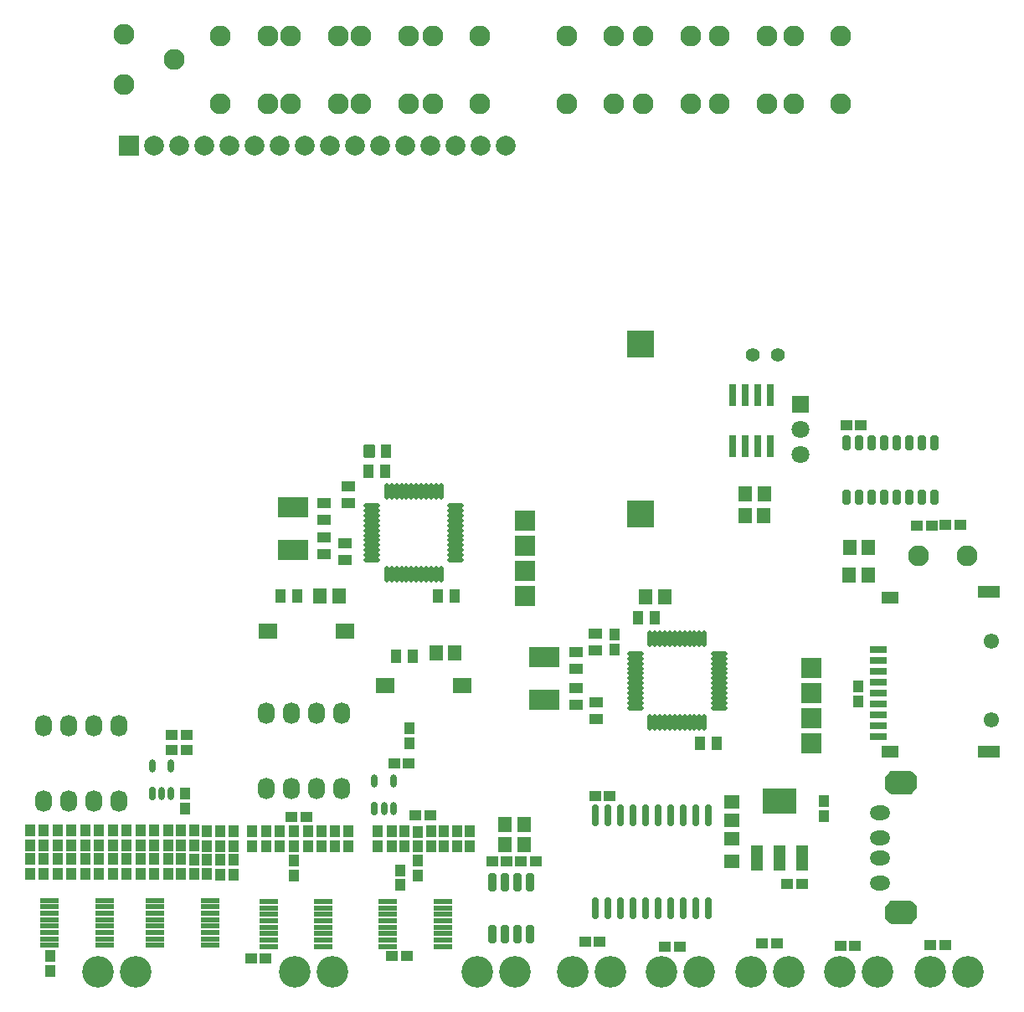
<source format=gts>
G04*
G04 #@! TF.GenerationSoftware,Altium Limited,Altium Designer,21.9.2 (33)*
G04*
G04 Layer_Color=8388736*
%FSTAX24Y24*%
%MOIN*%
G70*
G04*
G04 #@! TF.SameCoordinates,8777FA3C-9CA2-4F10-8BE3-E232CA162E6C*
G04*
G04*
G04 #@! TF.FilePolarity,Negative*
G04*
G01*
G75*
%ADD47R,0.0434X0.0454*%
G04:AMPARAMS|DCode=48|XSize=74.8mil|YSize=63mil|CornerRadius=4.9mil|HoleSize=0mil|Usage=FLASHONLY|Rotation=180.000|XOffset=0mil|YOffset=0mil|HoleType=Round|Shape=RoundedRectangle|*
%AMROUNDEDRECTD48*
21,1,0.0748,0.0531,0,0,180.0*
21,1,0.0650,0.0630,0,0,180.0*
1,1,0.0098,-0.0325,0.0266*
1,1,0.0098,0.0325,0.0266*
1,1,0.0098,0.0325,-0.0266*
1,1,0.0098,-0.0325,-0.0266*
%
%ADD48ROUNDEDRECTD48*%
G04:AMPARAMS|DCode=49|XSize=43.3mil|YSize=55.1mil|CornerRadius=7.5mil|HoleSize=0mil|Usage=FLASHONLY|Rotation=270.000|XOffset=0mil|YOffset=0mil|HoleType=Round|Shape=RoundedRectangle|*
%AMROUNDEDRECTD49*
21,1,0.0433,0.0402,0,0,270.0*
21,1,0.0283,0.0551,0,0,270.0*
1,1,0.0150,-0.0201,-0.0142*
1,1,0.0150,-0.0201,0.0142*
1,1,0.0150,0.0201,0.0142*
1,1,0.0150,0.0201,-0.0142*
%
%ADD49ROUNDEDRECTD49*%
%ADD50O,0.0280X0.0513*%
G04:AMPARAMS|DCode=51|XSize=28mil|YSize=51.3mil|CornerRadius=0mil|HoleSize=0mil|Usage=FLASHONLY|Rotation=180.000|XOffset=0mil|YOffset=0mil|HoleType=Round|Shape=Octagon|*
%AMOCTAGOND51*
4,1,8,0.0070,-0.0257,-0.0070,-0.0257,-0.0140,-0.0187,-0.0140,0.0187,-0.0070,0.0257,0.0070,0.0257,0.0140,0.0187,0.0140,-0.0187,0.0070,-0.0257,0.0*
%
%ADD51OCTAGOND51*%

%ADD52R,0.0474X0.1025*%
%ADD53R,0.1379X0.1025*%
%ADD54R,0.0730X0.0237*%
%ADD55R,0.0671X0.0474*%
%ADD56R,0.0671X0.0277*%
%ADD57R,0.0867X0.0474*%
%ADD58R,0.0454X0.0434*%
%ADD59O,0.0198X0.0651*%
%ADD60O,0.0651X0.0198*%
G04:AMPARAMS|DCode=61|XSize=59.6mil|YSize=32.4mil|CornerRadius=7.1mil|HoleSize=0mil|Usage=FLASHONLY|Rotation=90.000|XOffset=0mil|YOffset=0mil|HoleType=Round|Shape=RoundedRectangle|*
%AMROUNDEDRECTD61*
21,1,0.0596,0.0183,0,0,90.0*
21,1,0.0455,0.0324,0,0,90.0*
1,1,0.0141,0.0092,0.0227*
1,1,0.0141,0.0092,-0.0227*
1,1,0.0141,-0.0092,-0.0227*
1,1,0.0141,-0.0092,0.0227*
%
%ADD61ROUNDEDRECTD61*%
%ADD62R,0.0316X0.0867*%
%ADD63R,0.0552X0.0631*%
%ADD64R,0.0630X0.0580*%
G04:AMPARAMS|DCode=65|XSize=72.6mil|YSize=31.2mil|CornerRadius=6.9mil|HoleSize=0mil|Usage=FLASHONLY|Rotation=90.000|XOffset=0mil|YOffset=0mil|HoleType=Round|Shape=RoundedRectangle|*
%AMROUNDEDRECTD65*
21,1,0.0726,0.0174,0,0,90.0*
21,1,0.0588,0.0312,0,0,90.0*
1,1,0.0138,0.0087,0.0294*
1,1,0.0138,0.0087,-0.0294*
1,1,0.0138,-0.0087,-0.0294*
1,1,0.0138,-0.0087,0.0294*
%
%ADD65ROUNDEDRECTD65*%
G04:AMPARAMS|DCode=66|XSize=43.3mil|YSize=55.1mil|CornerRadius=7.5mil|HoleSize=0mil|Usage=FLASHONLY|Rotation=0.000|XOffset=0mil|YOffset=0mil|HoleType=Round|Shape=RoundedRectangle|*
%AMROUNDEDRECTD66*
21,1,0.0433,0.0402,0,0,0.0*
21,1,0.0283,0.0551,0,0,0.0*
1,1,0.0150,0.0142,-0.0201*
1,1,0.0150,-0.0142,-0.0201*
1,1,0.0150,-0.0142,0.0201*
1,1,0.0150,0.0142,0.0201*
%
%ADD66ROUNDEDRECTD66*%
%ADD67R,0.1064X0.1064*%
%ADD68R,0.0631X0.0552*%
%ADD69R,0.1241X0.0848*%
%ADD70O,0.0297X0.0880*%
G04:AMPARAMS|DCode=71|XSize=43.3mil|YSize=55.1mil|CornerRadius=5.7mil|HoleSize=0mil|Usage=FLASHONLY|Rotation=180.000|XOffset=0mil|YOffset=0mil|HoleType=Round|Shape=RoundedRectangle|*
%AMROUNDEDRECTD71*
21,1,0.0433,0.0437,0,0,180.0*
21,1,0.0319,0.0551,0,0,180.0*
1,1,0.0114,-0.0159,0.0219*
1,1,0.0114,0.0159,0.0219*
1,1,0.0114,0.0159,-0.0219*
1,1,0.0114,-0.0159,-0.0219*
%
%ADD71ROUNDEDRECTD71*%
G04:AMPARAMS|DCode=72|XSize=43.4mil|YSize=55.2mil|CornerRadius=5.8mil|HoleSize=0mil|Usage=FLASHONLY|Rotation=180.000|XOffset=0mil|YOffset=0mil|HoleType=Round|Shape=RoundedRectangle|*
%AMROUNDEDRECTD72*
21,1,0.0434,0.0437,0,0,180.0*
21,1,0.0319,0.0552,0,0,180.0*
1,1,0.0115,-0.0159,0.0219*
1,1,0.0115,0.0159,0.0219*
1,1,0.0115,0.0159,-0.0219*
1,1,0.0115,-0.0159,-0.0219*
%
%ADD72ROUNDEDRECTD72*%
%ADD73C,0.1261*%
%ADD74R,0.0789X0.0789*%
%ADD75C,0.0789*%
%ADD76R,0.0787X0.0787*%
%ADD77C,0.0611*%
%ADD78O,0.0671X0.0867*%
%ADD79R,0.0710X0.0710*%
%ADD80C,0.0710*%
%ADD81C,0.0830*%
%ADD82C,0.0560*%
G04:AMPARAMS|DCode=83|XSize=61.1mil|YSize=78.9mil|CornerRadius=0mil|HoleSize=0mil|Usage=FLASHONLY|Rotation=90.920|XOffset=0mil|YOffset=0mil|HoleType=Round|Shape=Round|*
%AMOVALD83*
21,1,0.0177,0.0611,0.0000,0.0000,180.9*
1,1,0.0611,0.0089,0.0001*
1,1,0.0611,-0.0089,-0.0001*
%
%ADD83OVALD83*%

G04:AMPARAMS|DCode=84|XSize=94.6mil|YSize=126.1mil|CornerRadius=0mil|HoleSize=0mil|Usage=FLASHONLY|Rotation=90.920|XOffset=0mil|YOffset=0mil|HoleType=Round|Shape=Octagon|*
%AMOCTAGOND84*
4,1,8,-0.0627,-0.0247,-0.0634,0.0226,-0.0402,0.0467,0.0386,0.0479,0.0627,0.0247,0.0634,-0.0226,0.0402,-0.0467,-0.0386,-0.0479,-0.0627,-0.0247,0.0*
%
%ADD84OCTAGOND84*%

D47*
X02545Y02031D02*
D03*
Y020901D02*
D03*
X01652Y01771D02*
D03*
Y018301D02*
D03*
X02511Y014665D02*
D03*
Y015255D02*
D03*
X03364Y024055D02*
D03*
Y024645D02*
D03*
X01115Y011845D02*
D03*
Y011255D02*
D03*
X04332Y022575D02*
D03*
Y021985D02*
D03*
X04197Y018005D02*
D03*
Y017415D02*
D03*
X01145Y015695D02*
D03*
Y015105D02*
D03*
X012Y01685D02*
D03*
Y016259D02*
D03*
X0142D02*
D03*
Y01685D02*
D03*
X0109Y015695D02*
D03*
Y015105D02*
D03*
X0142D02*
D03*
Y015695D02*
D03*
X01035D02*
D03*
Y015105D02*
D03*
X01365D02*
D03*
Y015695D02*
D03*
X01145Y016845D02*
D03*
Y016255D02*
D03*
X0131Y015695D02*
D03*
Y015105D02*
D03*
X01255Y015695D02*
D03*
Y015105D02*
D03*
X01365Y016255D02*
D03*
Y016845D02*
D03*
X01035D02*
D03*
Y016255D02*
D03*
X0131Y016845D02*
D03*
Y016255D02*
D03*
X01255D02*
D03*
Y016845D02*
D03*
X012Y0157D02*
D03*
Y015109D02*
D03*
X0109Y016841D02*
D03*
Y01625D02*
D03*
X02197Y016815D02*
D03*
Y016225D02*
D03*
X02304Y016811D02*
D03*
Y01622D02*
D03*
X01975Y016795D02*
D03*
Y016205D02*
D03*
X02085Y016795D02*
D03*
Y016205D02*
D03*
X0203Y016795D02*
D03*
Y016205D02*
D03*
X0225Y016811D02*
D03*
Y01622D02*
D03*
X02085Y01565D02*
D03*
Y015059D02*
D03*
X01585Y015695D02*
D03*
Y015105D02*
D03*
X0153Y015695D02*
D03*
Y015105D02*
D03*
X01475Y015695D02*
D03*
Y015105D02*
D03*
X01585Y016845D02*
D03*
Y016255D02*
D03*
X016889Y015689D02*
D03*
Y015098D02*
D03*
X01793Y016225D02*
D03*
Y016815D02*
D03*
X016889Y016248D02*
D03*
Y016839D02*
D03*
X01793Y015075D02*
D03*
Y015665D02*
D03*
X027875Y016813D02*
D03*
Y016222D02*
D03*
X02684Y016801D02*
D03*
Y01621D02*
D03*
X02736Y016805D02*
D03*
Y016215D02*
D03*
X0258Y01565D02*
D03*
Y015059D02*
D03*
X0242Y016795D02*
D03*
Y016205D02*
D03*
X02525Y016795D02*
D03*
Y016205D02*
D03*
X0192Y016795D02*
D03*
Y016205D02*
D03*
X02475Y016795D02*
D03*
Y016205D02*
D03*
X0258Y016791D02*
D03*
Y0162D02*
D03*
X02143Y016805D02*
D03*
Y016215D02*
D03*
X01847Y015075D02*
D03*
Y015665D02*
D03*
Y016225D02*
D03*
Y016815D02*
D03*
X016376Y015703D02*
D03*
Y015113D02*
D03*
X01635Y016845D02*
D03*
Y016255D02*
D03*
X0153Y016845D02*
D03*
Y016255D02*
D03*
X01475Y016845D02*
D03*
Y016255D02*
D03*
X017408Y016814D02*
D03*
Y016224D02*
D03*
X017404Y015686D02*
D03*
Y015096D02*
D03*
X02632Y016801D02*
D03*
Y01621D02*
D03*
D48*
X027565Y022596D02*
D03*
X024495D02*
D03*
X022905Y024786D02*
D03*
X019835D02*
D03*
D49*
X02207Y028499D02*
D03*
Y02783D02*
D03*
X03288Y021939D02*
D03*
Y021269D02*
D03*
X03286Y02402D02*
D03*
Y024689D02*
D03*
X03209Y022519D02*
D03*
Y02185D02*
D03*
Y023281D02*
D03*
Y02395D02*
D03*
X02288Y027621D02*
D03*
Y02829D02*
D03*
X02304Y029871D02*
D03*
Y03054D02*
D03*
X02207Y029869D02*
D03*
Y0292D02*
D03*
D50*
X015976Y019406D02*
D03*
Y018306D02*
D03*
X015596Y018306D02*
D03*
X015226Y019406D02*
D03*
X024826Y018806D02*
D03*
Y017706D02*
D03*
X024446Y017706D02*
D03*
X024076Y018806D02*
D03*
D51*
X015226Y018306D02*
D03*
X024076Y017706D02*
D03*
D52*
X039294Y015728D02*
D03*
X0402D02*
D03*
X041106D02*
D03*
D53*
X0402Y018012D02*
D03*
D54*
X026794Y012222D02*
D03*
Y012478D02*
D03*
Y012734D02*
D03*
Y01299D02*
D03*
Y013245D02*
D03*
Y013501D02*
D03*
Y013757D02*
D03*
Y014013D02*
D03*
X024609Y012222D02*
D03*
Y012478D02*
D03*
Y012734D02*
D03*
Y01299D02*
D03*
Y013245D02*
D03*
Y013501D02*
D03*
Y013757D02*
D03*
Y014013D02*
D03*
X017524Y012262D02*
D03*
Y012518D02*
D03*
Y012774D02*
D03*
Y01303D02*
D03*
Y013285D02*
D03*
Y013541D02*
D03*
Y013797D02*
D03*
Y014053D02*
D03*
X015339Y012262D02*
D03*
Y012518D02*
D03*
Y012774D02*
D03*
Y01303D02*
D03*
Y013285D02*
D03*
Y013541D02*
D03*
Y013797D02*
D03*
Y014053D02*
D03*
X019859Y014013D02*
D03*
Y013757D02*
D03*
Y013501D02*
D03*
Y013245D02*
D03*
Y01299D02*
D03*
Y012734D02*
D03*
Y012478D02*
D03*
Y012222D02*
D03*
X022044Y014013D02*
D03*
Y013757D02*
D03*
Y013501D02*
D03*
Y013245D02*
D03*
Y01299D02*
D03*
Y012734D02*
D03*
Y012478D02*
D03*
Y012222D02*
D03*
X013324Y012262D02*
D03*
Y012518D02*
D03*
Y012774D02*
D03*
Y01303D02*
D03*
Y013285D02*
D03*
Y013541D02*
D03*
Y013797D02*
D03*
Y014053D02*
D03*
X011139Y012262D02*
D03*
Y012518D02*
D03*
Y012774D02*
D03*
Y01303D02*
D03*
Y013285D02*
D03*
Y013541D02*
D03*
Y013797D02*
D03*
Y014053D02*
D03*
D55*
X044604Y019981D02*
D03*
Y026122D02*
D03*
D56*
X044114Y020571D02*
D03*
Y024036D02*
D03*
Y023603D02*
D03*
Y02317D02*
D03*
Y022736D02*
D03*
Y022303D02*
D03*
Y02187D02*
D03*
Y021437D02*
D03*
Y021004D02*
D03*
D57*
X048541Y026358D02*
D03*
Y019981D02*
D03*
D58*
X029345Y0156D02*
D03*
X028755D02*
D03*
X04621Y01229D02*
D03*
X046801D02*
D03*
X042615Y01225D02*
D03*
X043205D02*
D03*
X039505Y01235D02*
D03*
X040095D02*
D03*
X035635Y01221D02*
D03*
X036225D02*
D03*
X032455Y0124D02*
D03*
X033045D02*
D03*
X033445Y01821D02*
D03*
X032855D02*
D03*
X0299Y0156D02*
D03*
X030491D02*
D03*
X046805Y029D02*
D03*
X047395D02*
D03*
X045675Y02899D02*
D03*
X046265D02*
D03*
X042855Y03297D02*
D03*
X043445D02*
D03*
X041095Y01472D02*
D03*
X040505D02*
D03*
X019149Y01175D02*
D03*
X01974D02*
D03*
X020775Y01738D02*
D03*
X021365D02*
D03*
X025355Y01183D02*
D03*
X024765D02*
D03*
X025705Y01744D02*
D03*
X026295D02*
D03*
X024855Y0195D02*
D03*
X025445D02*
D03*
X016005Y02005D02*
D03*
X016595D02*
D03*
X016005Y02065D02*
D03*
X016595D02*
D03*
D59*
X035037Y024463D02*
D03*
X035234D02*
D03*
X035431D02*
D03*
X035628D02*
D03*
X035825D02*
D03*
X036022D02*
D03*
X036218D02*
D03*
X036415D02*
D03*
X036612D02*
D03*
X036809D02*
D03*
X037006D02*
D03*
X037203D02*
D03*
Y021137D02*
D03*
X037006D02*
D03*
X036809D02*
D03*
X036612D02*
D03*
X036415D02*
D03*
X036218D02*
D03*
X036022D02*
D03*
X035825D02*
D03*
X035628D02*
D03*
X035431D02*
D03*
X035234D02*
D03*
X035037D02*
D03*
X024557Y027027D02*
D03*
X024754D02*
D03*
X024951D02*
D03*
X025148D02*
D03*
X025345D02*
D03*
X025542D02*
D03*
X025738D02*
D03*
X025935D02*
D03*
X026132D02*
D03*
X026329D02*
D03*
X026526D02*
D03*
X026723D02*
D03*
Y030353D02*
D03*
X026526D02*
D03*
X026329D02*
D03*
X026132D02*
D03*
X025935D02*
D03*
X025738D02*
D03*
X025542D02*
D03*
X025345D02*
D03*
X025148D02*
D03*
X024951D02*
D03*
X024754D02*
D03*
X024557D02*
D03*
D60*
X037783Y023883D02*
D03*
Y023686D02*
D03*
Y023489D02*
D03*
Y023292D02*
D03*
Y023095D02*
D03*
Y022898D02*
D03*
Y022702D02*
D03*
Y022505D02*
D03*
Y022308D02*
D03*
Y022111D02*
D03*
Y021914D02*
D03*
Y021717D02*
D03*
X034457D02*
D03*
Y021914D02*
D03*
Y022111D02*
D03*
Y022308D02*
D03*
Y022505D02*
D03*
Y022702D02*
D03*
Y022898D02*
D03*
Y023095D02*
D03*
Y023292D02*
D03*
Y023489D02*
D03*
Y023686D02*
D03*
Y023883D02*
D03*
X023977Y029773D02*
D03*
Y029576D02*
D03*
Y029379D02*
D03*
Y029182D02*
D03*
Y028985D02*
D03*
Y028788D02*
D03*
Y028592D02*
D03*
Y028395D02*
D03*
Y028198D02*
D03*
Y028001D02*
D03*
Y027804D02*
D03*
Y027607D02*
D03*
X027303D02*
D03*
Y027804D02*
D03*
Y028001D02*
D03*
Y028198D02*
D03*
Y028395D02*
D03*
Y028592D02*
D03*
Y028788D02*
D03*
Y028985D02*
D03*
Y029182D02*
D03*
Y029379D02*
D03*
Y029576D02*
D03*
Y029773D02*
D03*
D61*
X04285Y032285D02*
D03*
X04335D02*
D03*
X04635Y03012D02*
D03*
X04585Y032285D02*
D03*
Y03012D02*
D03*
X04485D02*
D03*
X04635Y032285D02*
D03*
X04535Y03012D02*
D03*
Y032285D02*
D03*
X04485D02*
D03*
X04385D02*
D03*
X04435Y03012D02*
D03*
X04385D02*
D03*
X04285D02*
D03*
X04435Y032285D02*
D03*
X04335Y03012D02*
D03*
D62*
X03982Y03419D02*
D03*
X03932D02*
D03*
X03882D02*
D03*
X03832D02*
D03*
X038316Y032143D02*
D03*
X038816D02*
D03*
X039316D02*
D03*
X039816D02*
D03*
D63*
X030026Y017076D02*
D03*
X029278D02*
D03*
X030026Y016276D02*
D03*
X029278D02*
D03*
X039566Y029366D02*
D03*
X038818D02*
D03*
X043716Y026996D02*
D03*
X042968D02*
D03*
X043736Y028096D02*
D03*
X042988D02*
D03*
X039586Y030256D02*
D03*
X038838D02*
D03*
X027266Y023896D02*
D03*
X026518D02*
D03*
X03562Y02613D02*
D03*
X034872D02*
D03*
X021898Y026166D02*
D03*
X022646D02*
D03*
D64*
X03828Y01562D02*
D03*
Y01652D02*
D03*
D65*
X02875Y012713D02*
D03*
X02925D02*
D03*
X02975D02*
D03*
X03025D02*
D03*
Y014787D02*
D03*
X02975D02*
D03*
X02925D02*
D03*
X02875D02*
D03*
D66*
X024931Y02379D02*
D03*
X0256D02*
D03*
X03702Y0203D02*
D03*
X037689D02*
D03*
X034551Y0253D02*
D03*
X03522D02*
D03*
X020989Y02619D02*
D03*
X02032D02*
D03*
X02384Y03114D02*
D03*
X024509D02*
D03*
X027259Y02619D02*
D03*
X02659D02*
D03*
D67*
X03467Y036206D02*
D03*
Y029434D02*
D03*
D68*
X038284Y017986D02*
D03*
Y017238D02*
D03*
D69*
X03084Y022054D02*
D03*
Y023746D02*
D03*
X02082Y028004D02*
D03*
Y029696D02*
D03*
D70*
X03736Y017441D02*
D03*
X03686D02*
D03*
X03636D02*
D03*
X03586D02*
D03*
X03536D02*
D03*
X03486D02*
D03*
X03436D02*
D03*
X03386D02*
D03*
X03336D02*
D03*
X03286D02*
D03*
X03736Y013759D02*
D03*
X03686D02*
D03*
X03636D02*
D03*
X03586D02*
D03*
X03536D02*
D03*
X03486D02*
D03*
X03436D02*
D03*
X03386D02*
D03*
X03336D02*
D03*
X03286D02*
D03*
D71*
X02454Y03194D02*
D03*
D72*
X023871D02*
D03*
D73*
X0477Y0112D02*
D03*
X0462D02*
D03*
X044109D02*
D03*
X042609D02*
D03*
X037D02*
D03*
X0355D02*
D03*
X033459D02*
D03*
X031959D02*
D03*
X029659D02*
D03*
X028159D02*
D03*
X0224D02*
D03*
X0209D02*
D03*
X01455D02*
D03*
X01305D02*
D03*
X03905D02*
D03*
X04055D02*
D03*
D74*
X014284Y044113D02*
D03*
D75*
X029284D02*
D03*
X028284D02*
D03*
X027284D02*
D03*
X026284D02*
D03*
X025284D02*
D03*
X024284D02*
D03*
X023284D02*
D03*
X022284D02*
D03*
X021284D02*
D03*
X020284D02*
D03*
X019284D02*
D03*
X018284D02*
D03*
X017284D02*
D03*
X016284D02*
D03*
X015284D02*
D03*
D76*
X04145Y0203D02*
D03*
Y0213D02*
D03*
Y0223D02*
D03*
Y0233D02*
D03*
X03005Y02619D02*
D03*
Y02719D02*
D03*
Y02819D02*
D03*
Y02919D02*
D03*
D77*
X04862Y02124D02*
D03*
Y02439D02*
D03*
D78*
X0139Y018D02*
D03*
X0129D02*
D03*
X0119D02*
D03*
X0109D02*
D03*
Y021D02*
D03*
X0119D02*
D03*
X0129D02*
D03*
X0139D02*
D03*
X01975Y0185D02*
D03*
X02075D02*
D03*
X02175D02*
D03*
X02275D02*
D03*
Y0215D02*
D03*
X02175D02*
D03*
X02075D02*
D03*
X01975D02*
D03*
D79*
X04102Y03382D02*
D03*
D80*
Y03282D02*
D03*
Y03182D02*
D03*
D81*
X04767Y02776D02*
D03*
X045741D02*
D03*
X04075Y04577D02*
D03*
X04263Y04848D02*
D03*
X04075D02*
D03*
X04263Y04577D02*
D03*
X01982Y04848D02*
D03*
X01794Y04577D02*
D03*
X01982D02*
D03*
X01794Y04848D02*
D03*
X0378Y04577D02*
D03*
X03968Y04848D02*
D03*
X0378D02*
D03*
X03968Y04577D02*
D03*
X02262Y04848D02*
D03*
X02074Y04577D02*
D03*
X02262D02*
D03*
X02074Y04848D02*
D03*
X03477Y04577D02*
D03*
X03665Y04848D02*
D03*
X03477D02*
D03*
X03665Y04577D02*
D03*
X02542Y04848D02*
D03*
X02354Y04577D02*
D03*
X02542D02*
D03*
X02354Y04848D02*
D03*
X03172Y04577D02*
D03*
X0336Y04848D02*
D03*
X03172D02*
D03*
X0336Y04577D02*
D03*
X02827Y04848D02*
D03*
X02639Y04577D02*
D03*
X02827D02*
D03*
X02639Y04848D02*
D03*
X0141Y04855D02*
D03*
X0161Y04755D02*
D03*
X0141Y04655D02*
D03*
D82*
X03912Y03577D02*
D03*
X04012D02*
D03*
D83*
X04419Y01475D02*
D03*
Y01575D02*
D03*
Y01655D02*
D03*
Y01755D02*
D03*
D84*
X045022Y013563D02*
D03*
X045022Y018737D02*
D03*
M02*

</source>
